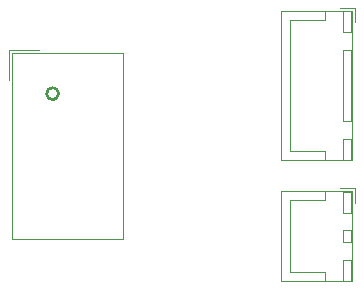
<source format=gbr>
G04 #@! TF.GenerationSoftware,KiCad,Pcbnew,(5.1.4)-1*
G04 #@! TF.CreationDate,2020-03-27T15:30:10-04:00*
G04 #@! TF.ProjectId,y-z_motor_endstop_breakout,792d7a5f-6d6f-4746-9f72-5f656e647374,rev?*
G04 #@! TF.SameCoordinates,PX8a48640PY6422c40*
G04 #@! TF.FileFunction,Legend,Top*
G04 #@! TF.FilePolarity,Positive*
%FSLAX46Y46*%
G04 Gerber Fmt 4.6, Leading zero omitted, Abs format (unit mm)*
G04 Created by KiCad (PCBNEW (5.1.4)-1) date 2020-03-27 15:30:10*
%MOMM*%
%LPD*%
G04 APERTURE LIST*
%ADD10C,0.254000*%
%ADD11C,0.120000*%
%ADD12O,2.101600X1.801600*%
%ADD13C,0.100000*%
%ADD14C,1.801600*%
%ADD15O,2.051600X1.801600*%
%ADD16O,1.828800X1.828800*%
%ADD17R,1.828800X1.828800*%
%ADD18C,10.701600*%
G04 APERTURE END LIST*
D10*
X-12192000Y4445000D02*
G75*
G03X-12192000Y4445000I-508000J0D01*
G01*
D11*
X12910000Y-3540000D02*
X11660000Y-3540000D01*
X12910000Y-4790000D02*
X12910000Y-3540000D01*
X7410000Y-10690000D02*
X7410000Y-7640000D01*
X10360000Y-10690000D02*
X7410000Y-10690000D01*
X10360000Y-11440000D02*
X10360000Y-10690000D01*
X7410000Y-4590000D02*
X7410000Y-7640000D01*
X10360000Y-4590000D02*
X7410000Y-4590000D01*
X10360000Y-3840000D02*
X10360000Y-4590000D01*
X12610000Y-11440000D02*
X12610000Y-9640000D01*
X11860000Y-11440000D02*
X12610000Y-11440000D01*
X11860000Y-9640000D02*
X11860000Y-11440000D01*
X12610000Y-9640000D02*
X11860000Y-9640000D01*
X12610000Y-5640000D02*
X12610000Y-3840000D01*
X11860000Y-5640000D02*
X12610000Y-5640000D01*
X11860000Y-3840000D02*
X11860000Y-5640000D01*
X12610000Y-3840000D02*
X11860000Y-3840000D01*
X12610000Y-8140000D02*
X12610000Y-7140000D01*
X11860000Y-8140000D02*
X12610000Y-8140000D01*
X11860000Y-7140000D02*
X11860000Y-8140000D01*
X12610000Y-7140000D02*
X11860000Y-7140000D01*
X12620000Y-11450000D02*
X12620000Y-3830000D01*
X6650000Y-11450000D02*
X12620000Y-11450000D01*
X6650000Y-3830000D02*
X6650000Y-11450000D01*
X12620000Y-3830000D02*
X6650000Y-3830000D01*
X12910000Y11740000D02*
X11660000Y11740000D01*
X12910000Y10490000D02*
X12910000Y11740000D01*
X7410000Y-410000D02*
X7410000Y5140000D01*
X10360000Y-410000D02*
X7410000Y-410000D01*
X10360000Y-1160000D02*
X10360000Y-410000D01*
X7410000Y10690000D02*
X7410000Y5140000D01*
X10360000Y10690000D02*
X7410000Y10690000D01*
X10360000Y11440000D02*
X10360000Y10690000D01*
X12610000Y-1160000D02*
X12610000Y640000D01*
X11860000Y-1160000D02*
X12610000Y-1160000D01*
X11860000Y640000D02*
X11860000Y-1160000D01*
X12610000Y640000D02*
X11860000Y640000D01*
X12610000Y9640000D02*
X12610000Y11440000D01*
X11860000Y9640000D02*
X12610000Y9640000D01*
X11860000Y11440000D02*
X11860000Y9640000D01*
X12610000Y11440000D02*
X11860000Y11440000D01*
X12610000Y2140000D02*
X12610000Y8140000D01*
X11860000Y2140000D02*
X12610000Y2140000D01*
X11860000Y8140000D02*
X11860000Y2140000D01*
X12610000Y8140000D02*
X11860000Y8140000D01*
X12620000Y-1170000D02*
X12620000Y11450000D01*
X6650000Y-1170000D02*
X12620000Y-1170000D01*
X6650000Y11450000D02*
X6650000Y-1170000D01*
X12620000Y11450000D02*
X6650000Y11450000D01*
X-16355000Y8140000D02*
X-13815000Y8140000D01*
X-16355000Y8140000D02*
X-16355000Y5600000D01*
X-16105000Y7890000D02*
X-6755000Y7890000D01*
X-16105000Y-7890000D02*
X-16105000Y7890000D01*
X-6755000Y-7890000D02*
X-16105000Y-7890000D01*
X-6755000Y7890000D02*
X-6755000Y-7890000D01*
%LPC*%
D12*
X10160000Y-8890000D03*
D13*
G36*
X10971828Y-5490476D02*
G01*
X10997546Y-5494291D01*
X11022767Y-5500608D01*
X11047248Y-5509367D01*
X11070751Y-5520484D01*
X11093052Y-5533851D01*
X11113936Y-5549339D01*
X11133201Y-5566799D01*
X11150661Y-5586064D01*
X11166149Y-5606948D01*
X11179516Y-5629249D01*
X11190633Y-5652752D01*
X11199392Y-5677233D01*
X11205709Y-5702454D01*
X11209524Y-5728172D01*
X11210800Y-5754141D01*
X11210800Y-7025859D01*
X11209524Y-7051828D01*
X11205709Y-7077546D01*
X11199392Y-7102767D01*
X11190633Y-7127248D01*
X11179516Y-7150751D01*
X11166149Y-7173052D01*
X11150661Y-7193936D01*
X11133201Y-7213201D01*
X11113936Y-7230661D01*
X11093052Y-7246149D01*
X11070751Y-7259516D01*
X11047248Y-7270633D01*
X11022767Y-7279392D01*
X10997546Y-7285709D01*
X10971828Y-7289524D01*
X10945859Y-7290800D01*
X9374141Y-7290800D01*
X9348172Y-7289524D01*
X9322454Y-7285709D01*
X9297233Y-7279392D01*
X9272752Y-7270633D01*
X9249249Y-7259516D01*
X9226948Y-7246149D01*
X9206064Y-7230661D01*
X9186799Y-7213201D01*
X9169339Y-7193936D01*
X9153851Y-7173052D01*
X9140484Y-7150751D01*
X9129367Y-7127248D01*
X9120608Y-7102767D01*
X9114291Y-7077546D01*
X9110476Y-7051828D01*
X9109200Y-7025859D01*
X9109200Y-5754141D01*
X9110476Y-5728172D01*
X9114291Y-5702454D01*
X9120608Y-5677233D01*
X9129367Y-5652752D01*
X9140484Y-5629249D01*
X9153851Y-5606948D01*
X9169339Y-5586064D01*
X9186799Y-5566799D01*
X9206064Y-5549339D01*
X9226948Y-5533851D01*
X9249249Y-5520484D01*
X9272752Y-5509367D01*
X9297233Y-5500608D01*
X9322454Y-5494291D01*
X9348172Y-5490476D01*
X9374141Y-5489200D01*
X10945859Y-5489200D01*
X10971828Y-5490476D01*
X10971828Y-5490476D01*
G37*
D14*
X10160000Y-6390000D03*
D15*
X10160000Y1390000D03*
X10160000Y3890000D03*
X10160000Y6390000D03*
D13*
G36*
X10946828Y9789524D02*
G01*
X10972546Y9785709D01*
X10997767Y9779392D01*
X11022248Y9770633D01*
X11045751Y9759516D01*
X11068052Y9746149D01*
X11088936Y9730661D01*
X11108201Y9713201D01*
X11125661Y9693936D01*
X11141149Y9673052D01*
X11154516Y9650751D01*
X11165633Y9627248D01*
X11174392Y9602767D01*
X11180709Y9577546D01*
X11184524Y9551828D01*
X11185800Y9525859D01*
X11185800Y8254141D01*
X11184524Y8228172D01*
X11180709Y8202454D01*
X11174392Y8177233D01*
X11165633Y8152752D01*
X11154516Y8129249D01*
X11141149Y8106948D01*
X11125661Y8086064D01*
X11108201Y8066799D01*
X11088936Y8049339D01*
X11068052Y8033851D01*
X11045751Y8020484D01*
X11022248Y8009367D01*
X10997767Y8000608D01*
X10972546Y7994291D01*
X10946828Y7990476D01*
X10920859Y7989200D01*
X9399141Y7989200D01*
X9373172Y7990476D01*
X9347454Y7994291D01*
X9322233Y8000608D01*
X9297752Y8009367D01*
X9274249Y8020484D01*
X9251948Y8033851D01*
X9231064Y8049339D01*
X9211799Y8066799D01*
X9194339Y8086064D01*
X9178851Y8106948D01*
X9165484Y8129249D01*
X9154367Y8152752D01*
X9145608Y8177233D01*
X9139291Y8202454D01*
X9135476Y8228172D01*
X9134200Y8254141D01*
X9134200Y9525859D01*
X9135476Y9551828D01*
X9139291Y9577546D01*
X9145608Y9602767D01*
X9154367Y9627248D01*
X9165484Y9650751D01*
X9178851Y9673052D01*
X9194339Y9693936D01*
X9211799Y9713201D01*
X9231064Y9730661D01*
X9251948Y9746149D01*
X9274249Y9759516D01*
X9297752Y9770633D01*
X9322233Y9779392D01*
X9347454Y9785709D01*
X9373172Y9789524D01*
X9399141Y9790800D01*
X10920859Y9790800D01*
X10946828Y9789524D01*
X10946828Y9789524D01*
G37*
D14*
X10160000Y8890000D03*
D16*
X-10160000Y-2540000D03*
X-12700000Y-2540000D03*
X-10160000Y0D03*
X-12700000Y0D03*
X-10160000Y2540000D03*
D17*
X-12700000Y2540000D03*
D18*
X0Y10000000D03*
X0Y-10000000D03*
M02*

</source>
